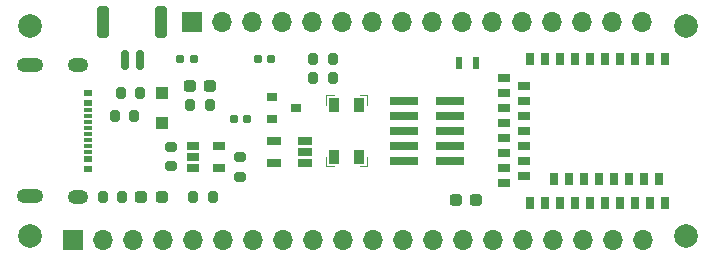
<source format=gbr>
%TF.GenerationSoftware,KiCad,Pcbnew,5.99.0-unknown-ed66c0f14d~128~ubuntu20.04.1*%
%TF.CreationDate,2021-06-03T22:12:58+01:00*%
%TF.ProjectId,nRF52840-BBoard,6e524635-3238-4343-902d-42426f617264,v2*%
%TF.SameCoordinates,Original*%
%TF.FileFunction,Soldermask,Top*%
%TF.FilePolarity,Negative*%
%FSLAX46Y46*%
G04 Gerber Fmt 4.6, Leading zero omitted, Abs format (unit mm)*
G04 Created by KiCad (PCBNEW 5.99.0-unknown-ed66c0f14d~128~ubuntu20.04.1) date 2021-06-03 22:12:58*
%MOMM*%
%LPD*%
G01*
G04 APERTURE LIST*
G04 Aperture macros list*
%AMRoundRect*
0 Rectangle with rounded corners*
0 $1 Rounding radius*
0 $2 $3 $4 $5 $6 $7 $8 $9 X,Y pos of 4 corners*
0 Add a 4 corners polygon primitive as box body*
4,1,4,$2,$3,$4,$5,$6,$7,$8,$9,$2,$3,0*
0 Add four circle primitives for the rounded corners*
1,1,$1+$1,$2,$3*
1,1,$1+$1,$4,$5*
1,1,$1+$1,$6,$7*
1,1,$1+$1,$8,$9*
0 Add four rect primitives between the rounded corners*
20,1,$1+$1,$2,$3,$4,$5,0*
20,1,$1+$1,$4,$5,$6,$7,0*
20,1,$1+$1,$6,$7,$8,$9,0*
20,1,$1+$1,$8,$9,$2,$3,0*%
G04 Aperture macros list end*
%ADD10C,0.120000*%
%ADD11RoundRect,0.200000X0.200000X0.275000X-0.200000X0.275000X-0.200000X-0.275000X0.200000X-0.275000X0*%
%ADD12RoundRect,0.237500X0.287500X0.237500X-0.287500X0.237500X-0.287500X-0.237500X0.287500X-0.237500X0*%
%ADD13R,1.000000X1.000000*%
%ADD14C,2.000000*%
%ADD15R,0.600000X1.100000*%
%ADD16R,0.650000X1.000000*%
%ADD17R,1.000000X0.650000*%
%ADD18RoundRect,0.155000X-0.212500X-0.155000X0.212500X-0.155000X0.212500X0.155000X-0.212500X0.155000X0*%
%ADD19RoundRect,0.200000X-0.275000X0.200000X-0.275000X-0.200000X0.275000X-0.200000X0.275000X0.200000X0*%
%ADD20R,0.900000X0.800000*%
%ADD21R,0.850000X1.200000*%
%ADD22RoundRect,0.237500X-0.287500X-0.237500X0.287500X-0.237500X0.287500X0.237500X-0.287500X0.237500X0*%
%ADD23RoundRect,0.200000X-0.200000X-0.275000X0.200000X-0.275000X0.200000X0.275000X-0.200000X0.275000X0*%
%ADD24RoundRect,0.150000X0.150000X0.700000X-0.150000X0.700000X-0.150000X-0.700000X0.150000X-0.700000X0*%
%ADD25RoundRect,0.250000X0.250000X1.100000X-0.250000X1.100000X-0.250000X-1.100000X0.250000X-1.100000X0*%
%ADD26R,1.220000X0.650000*%
%ADD27RoundRect,0.155000X0.212500X0.155000X-0.212500X0.155000X-0.212500X-0.155000X0.212500X-0.155000X0*%
%ADD28R,1.060000X0.650000*%
%ADD29O,2.250000X1.250000*%
%ADD30O,1.750000X1.250000*%
%ADD31R,0.800000X0.300000*%
%ADD32R,0.800000X0.540000*%
%ADD33R,2.400000X0.740000*%
%ADD34R,1.700000X1.700000*%
%ADD35O,1.700000X1.700000*%
G04 APERTURE END LIST*
D10*
%TO.C,SW1*%
X105600000Y-58825000D02*
X105600000Y-57975000D01*
X105600000Y-63175000D02*
X105600000Y-63975000D01*
X102200000Y-57975000D02*
X102800000Y-57975000D01*
X105600000Y-63975000D02*
X105000000Y-63975000D01*
X105600000Y-57975000D02*
X105000000Y-57975000D01*
X102200000Y-63975000D02*
X102800000Y-63975000D01*
X102200000Y-58775000D02*
X102200000Y-57975000D01*
X102200000Y-63175000D02*
X102200000Y-63975000D01*
%TD*%
D11*
%TO.C,R4*%
X83275000Y-66600000D03*
X84925000Y-66600000D03*
%TD*%
D12*
%TO.C,L1*%
X113150000Y-66850000D03*
X114900000Y-66850000D03*
%TD*%
D11*
%TO.C,R5*%
X90900000Y-66600000D03*
X92550000Y-66600000D03*
%TD*%
D13*
%TO.C,D3*%
X88275000Y-57800000D03*
X88275000Y-60300000D03*
%TD*%
D14*
%TO.C,H3*%
X132675000Y-52125000D03*
%TD*%
D15*
%TO.C,Y1*%
X114850000Y-55225000D03*
X113450000Y-55225000D03*
%TD*%
D11*
%TO.C,R6*%
X90675000Y-58825000D03*
X92325000Y-58825000D03*
%TD*%
%TO.C,R3*%
X101075000Y-54925000D03*
X102725000Y-54925000D03*
%TD*%
D16*
%TO.C,U1*%
X130850500Y-67119000D03*
X130342500Y-65041000D03*
X129580500Y-67119000D03*
X129072500Y-65041000D03*
X128310500Y-67119000D03*
X127802500Y-65041000D03*
X127040500Y-67119000D03*
X126532500Y-65041000D03*
X125770500Y-67119000D03*
X125262500Y-65041000D03*
X124500500Y-67119000D03*
X123992500Y-65041000D03*
X123230500Y-67119000D03*
X122722500Y-65041000D03*
X121960500Y-67119000D03*
X121452500Y-65041000D03*
X120690500Y-67119000D03*
X119420500Y-67119000D03*
D17*
X117201500Y-65420000D03*
X118912500Y-64787000D03*
X117201500Y-64150000D03*
X118912500Y-63517000D03*
X117201500Y-62880000D03*
X118912500Y-62247000D03*
X117201500Y-61610000D03*
X118912500Y-60977000D03*
X117201500Y-60340000D03*
X118912500Y-59707000D03*
X117201500Y-59070000D03*
X118912500Y-58437000D03*
X117201500Y-57800000D03*
X118912500Y-57167000D03*
X117201500Y-56530000D03*
D16*
X119420500Y-54881000D03*
X120690500Y-54881000D03*
X121960500Y-54881000D03*
X123230500Y-54881000D03*
X124500500Y-54881000D03*
X125770500Y-54881000D03*
X127040500Y-54881000D03*
X128310500Y-54881000D03*
X129580500Y-54881000D03*
X130850500Y-54881000D03*
%TD*%
D18*
%TO.C,C1*%
X90942500Y-54950000D03*
X89807500Y-54950000D03*
%TD*%
D19*
%TO.C,R8*%
X89050000Y-63975000D03*
X89050000Y-62325000D03*
%TD*%
D20*
%TO.C,Q1*%
X99600000Y-59050000D03*
X97600000Y-60000000D03*
X97600000Y-58100000D03*
%TD*%
D21*
%TO.C,SW1*%
X104980000Y-58835000D03*
X104980000Y-63175000D03*
X102840000Y-58775000D03*
X102840000Y-63175000D03*
%TD*%
D22*
%TO.C,D1*%
X88275000Y-66600000D03*
X86525000Y-66600000D03*
%TD*%
D23*
%TO.C,R1*%
X102725000Y-56525000D03*
X101075000Y-56525000D03*
%TD*%
%TO.C,R2*%
X85925000Y-59750000D03*
X84275000Y-59750000D03*
%TD*%
D24*
%TO.C,J3*%
X86375000Y-55000000D03*
X85125000Y-55000000D03*
D25*
X83275000Y-51800000D03*
X88225000Y-51800000D03*
%TD*%
D26*
%TO.C,U2*%
X97790000Y-63750000D03*
X97790000Y-61850000D03*
X100410000Y-61850000D03*
X100410000Y-62800000D03*
X100410000Y-63750000D03*
%TD*%
D22*
%TO.C,D2*%
X92375000Y-57225000D03*
X90625000Y-57225000D03*
%TD*%
D14*
%TO.C,H4*%
X77125000Y-69875000D03*
%TD*%
D27*
%TO.C,C3*%
X94357500Y-60000000D03*
X95492500Y-60000000D03*
%TD*%
D28*
%TO.C,U3*%
X93075000Y-62250000D03*
X93075000Y-64150000D03*
X90875000Y-64150000D03*
X90875000Y-63200000D03*
X90875000Y-62250000D03*
%TD*%
D29*
%TO.C,J2*%
X77125000Y-55400000D03*
D30*
X81125000Y-55424400D03*
X81125000Y-66600000D03*
D29*
X77125000Y-66550000D03*
D31*
X82025000Y-59242000D03*
X82025000Y-60250000D03*
X82025000Y-61750000D03*
X82025000Y-62750000D03*
X82025000Y-62250000D03*
X82025000Y-61250000D03*
X82025000Y-60750000D03*
X82025000Y-59750000D03*
D32*
X82025000Y-63400000D03*
X82025000Y-58600000D03*
X82025000Y-64200000D03*
X82025000Y-57800000D03*
%TD*%
D33*
%TO.C,J1*%
X112650000Y-63540000D03*
X108750000Y-63540000D03*
X112650000Y-62270000D03*
X108750000Y-62270000D03*
X112650000Y-61000000D03*
X108750000Y-61000000D03*
X112650000Y-59730000D03*
X108750000Y-59730000D03*
X112650000Y-58460000D03*
X108750000Y-58460000D03*
%TD*%
D18*
%TO.C,C2*%
X97542500Y-54925000D03*
X96407500Y-54925000D03*
%TD*%
D19*
%TO.C,R7*%
X94875000Y-64875000D03*
X94875000Y-63225000D03*
%TD*%
D34*
%TO.C,J5*%
X90850000Y-51750000D03*
D35*
X93390000Y-51750000D03*
X95930000Y-51750000D03*
X98470000Y-51750000D03*
X101010000Y-51750000D03*
X103550000Y-51750000D03*
X106090000Y-51750000D03*
X108630000Y-51750000D03*
X111170000Y-51750000D03*
X113710000Y-51750000D03*
X116250000Y-51750000D03*
X118790000Y-51750000D03*
X121330000Y-51750000D03*
X123870000Y-51750000D03*
X126410000Y-51750000D03*
X128950000Y-51750000D03*
%TD*%
%TO.C,J4*%
X129010000Y-70225000D03*
X126470000Y-70225000D03*
X123930000Y-70225000D03*
X121390000Y-70225000D03*
X118850000Y-70225000D03*
X116310000Y-70225000D03*
X113770000Y-70225000D03*
X111230000Y-70225000D03*
X108690000Y-70225000D03*
X106150000Y-70225000D03*
X103610000Y-70225000D03*
X101070000Y-70225000D03*
X98530000Y-70225000D03*
X95990000Y-70225000D03*
X93450000Y-70225000D03*
X90910000Y-70225000D03*
X88370000Y-70225000D03*
X85830000Y-70225000D03*
X83290000Y-70225000D03*
D34*
X80750000Y-70225000D03*
%TD*%
D14*
%TO.C,H2*%
X77125000Y-52125000D03*
%TD*%
%TO.C,H1*%
X132675000Y-69875000D03*
%TD*%
D11*
%TO.C,R9*%
X84800000Y-57800000D03*
X86450000Y-57800000D03*
%TD*%
M02*

</source>
